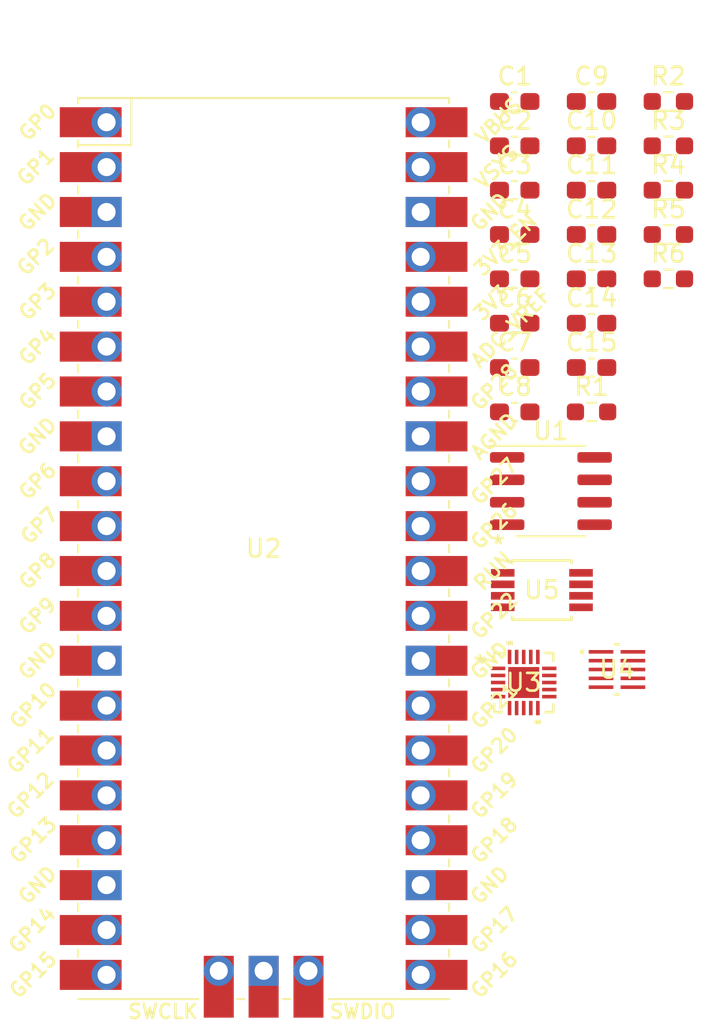
<source format=kicad_pcb>
(kicad_pcb (version 20221018) (generator pcbnew)
  (layers (0 "F.Cu" signal) (31 "B.Cu" signal) (34 "B.Paste" user) (35 "F.Paste" user) (36 "B.SilkS" user "B.Silkscreen") (37 "F.SilkS" user "F.Silkscreen") (38 "B.Mask" user) (39 "F.Mask" user) (44 "Edge.Cuts" user))
  (net 0 "")
  (net 1 "GND")
  (net 2 "RE")
  (net 3 "CE")
  (net 4 "Net-(U3-CAPA)")
  (net 5 "WE")
  (net 6 "SIG_OUT")
  (net 7 "Net-(U3-CAPD)")
  (net 8 "+5V")
  (net 9 "REFP")
  (net 12 "DAC_B")
  (net 13 "Net-(U1-Trim{slash}NR)")
  (net 14 "ADC_DRDY")
  (net 15 "ADC_CS")
  (net 16 "DAC_CS")
  (net 17 "MISO")
  (net 18 "MOSI")
  (net 19 "SCLK")
  (net 20 "Net-(U3-AVDD1)")
  (net 22 "DAC_A")
  (net 71 "AINP")
  (net 72 "AINN")
  (net 73 "Net-(C2-Pad1)")
  (footprint "Capacitor_SMD:C_0603_1608Metric_Pad1.08x0.95mm_HandSolder" (layer "F.Cu") (at 94.257 54.331)
    (fp_text reference "C13" (at 0 -1.43) (layer "F.SilkS"))
    (fp_text value "C")
    (fp_line (start -0.146267 -0.51) (end 0.146267 -0.51) (stroke (width 0.12)) (layer "F.SilkS"))
    (fp_line (start -0.146267 0.51) (end 0.146267 0.51) (stroke (width 0.12)) (layer "F.SilkS"))
    (pad "1" smd roundrect (at -0.8625 0) (size 1.075 0.95) (layers "F.Cu" "F.Paste" "F.Mask") (net 72 "AINN"))
    (pad "2" smd roundrect (at 0.8625 0) (size 1.075 0.95) (layers "F.Cu" "F.Paste" "F.Mask") (net 1 "GND"))
  )
  (footprint "Resistor_SMD:R_0603_1608Metric_Pad0.98x0.95mm_HandSolder" (layer "F.Cu") (at 98.607 51.821)
    (fp_text reference "R5" (at 0 -1.43) (layer "F.SilkS"))
    (fp_text value "R")
    (fp_line (start -0.254724 -0.5225) (end 0.254724 -0.5225) (stroke (width 0.12)) (layer "F.SilkS"))
    (fp_line (start -0.254724 0.5225) (end 0.254724 0.5225) (stroke (width 0.12)) (layer "F.SilkS"))
    (pad "1" smd roundrect (at -0.9125 0) (size 0.975 0.95) (layers "F.Cu" "F.Paste" "F.Mask") (net 5 "WE"))
    (pad "2" smd roundrect (at 0.9125 0) (size 0.975 0.95) (layers "F.Cu" "F.Paste" "F.Mask") (net 72 "AINN"))
  )
  (footprint "Capacitor_SMD:C_0603_1608Metric_Pad1.08x0.95mm_HandSolder" (layer "F.Cu") (at 94.257 59.351)
    (fp_text reference "C15" (at 0 -1.43) (layer "F.SilkS"))
    (fp_text value "1 uF")
    (fp_line (start -0.146267 -0.51) (end 0.146267 -0.51) (stroke (width 0.12)) (layer "F.SilkS"))
    (fp_line (start -0.146267 0.51) (end 0.146267 0.51) (stroke (width 0.12)) (layer "F.SilkS"))
    (pad "1" smd roundrect (at -0.8625 0) (size 1.075 0.95) (layers "F.Cu" "F.Paste" "F.Mask") (net 8 "+5V"))
    (pad "2" smd roundrect (at 0.8625 0) (size 1.075 0.95) (layers "F.Cu" "F.Paste" "F.Mask") (net 1 "GND"))
  )
  (footprint "Capacitor_SMD:C_0603_1608Metric_Pad1.08x0.95mm_HandSolder" (layer "F.Cu") (at 94.257 44.291)
    (fp_text reference "C9" (at 0 -1.43) (layer "F.SilkS"))
    (fp_text value "0.1 uF")
    (fp_line (start -0.146267 -0.51) (end 0.146267 -0.51) (stroke (width 0.12)) (layer "F.SilkS"))
    (fp_line (start -0.146267 0.51) (end 0.146267 0.51) (stroke (width 0.12)) (layer "F.SilkS"))
    (pad "1" smd roundrect (at -0.8625 0) (size 1.075 0.95) (layers "F.Cu" "F.Paste" "F.Mask") (net 8 "+5V"))
    (pad "2" smd roundrect (at 0.8625 0) (size 1.075 0.95) (layers "F.Cu" "F.Paste" "F.Mask") (net 1 "GND"))
  )
  (footprint "Capacitor_SMD:C_0603_1608Metric_Pad1.08x0.95mm_HandSolder" (layer "F.Cu") (at 94.257 51.821)
    (fp_text reference "C12" (at 0 -1.43) (layer "F.SilkS"))
    (fp_text value "C")
    (fp_line (start -0.146267 -0.51) (end 0.146267 -0.51) (stroke (width 0.12)) (layer "F.SilkS"))
    (fp_line (start -0.146267 0.51) (end 0.146267 0.51) (stroke (width 0.12)) (layer "F.SilkS"))
    (pad "1" smd roundrect (at -0.8625 0) (size 1.075 0.95) (layers "F.Cu" "F.Paste" "F.Mask") (net 71 "AINP"))
    (pad "2" smd roundrect (at 0.8625 0) (size 1.075 0.95) (layers "F.Cu" "F.Paste" "F.Mask") (net 1 "GND"))
  )
  (footprint "Resistor_SMD:R_0603_1608Metric_Pad0.98x0.95mm_HandSolder" (layer "F.Cu") (at 94.257 61.861)
    (fp_text reference "R1" (at 0 -1.43) (layer "F.SilkS"))
    (fp_text value "R")
    (fp_line (start -0.254724 -0.5225) (end 0.254724 -0.5225) (stroke (width 0.12)) (layer "F.SilkS"))
    (fp_line (start -0.254724 0.5225) (end 0.254724 0.5225) (stroke (width 0.12)) (layer "F.SilkS"))
    (pad "1" smd roundrect (at -0.9125 0) (size 0.975 0.95) (layers "F.Cu" "F.Paste" "F.Mask") (net 73 "Net-(C2-Pad1)"))
    (pad "2" smd roundrect (at 0.9125 0) (size 0.975 0.95) (layers "F.Cu" "F.Paste" "F.Mask") (net 9 "REFP"))
  )
  (footprint "Capacitor_SMD:C_0603_1608Metric_Pad1.08x0.95mm_HandSolder" (layer "F.Cu") (at 89.907 46.801)
    (fp_text reference "C2" (at 0 -1.43) (layer "F.SilkS"))
    (fp_text value "C")
    (fp_line (start -0.146267 -0.51) (end 0.146267 -0.51) (stroke (width 0.12)) (layer "F.SilkS"))
    (fp_line (start -0.146267 0.51) (end 0.146267 0.51) (stroke (width 0.12)) (layer "F.SilkS"))
    (pad "1" smd roundrect (at -0.8625 0) (size 1.075 0.95) (layers "F.Cu" "F.Paste" "F.Mask") (net 73 "Net-(C2-Pad1)"))
    (pad "2" smd roundrect (at 0.8625 0) (size 1.075 0.95) (layers "F.Cu" "F.Paste" "F.Mask") (net 1 "GND"))
  )
  (footprint "Capacitor_SMD:C_0603_1608Metric_Pad1.08x0.95mm_HandSolder" (layer "F.Cu") (at 94.257 56.841)
    (fp_text reference "C14" (at 0 -1.43) (layer "F.SilkS"))
    (fp_text value "0.1 uF")
    (fp_line (start -0.146267 -0.51) (end 0.146267 -0.51) (stroke (width 0.12)) (layer "F.SilkS"))
    (fp_line (start -0.146267 0.51) (end 0.146267 0.51) (stroke (width 0.12)) (layer "F.SilkS"))
    (pad "1" smd roundrect (at -0.8625 0) (size 1.075 0.95) (layers "F.Cu" "F.Paste" "F.Mask") (net 8 "+5V"))
    (pad "2" smd roundrect (at 0.8625 0) (size 1.075 0.95) (layers "F.Cu" "F.Paste" "F.Mask") (net 1 "GND"))
  )
  (footprint "Resistor_SMD:R_0603_1608Metric_Pad0.98x0.95mm_HandSolder" (layer "F.Cu") (at 98.607 49.311)
    (fp_text reference "R4" (at 0 -1.43) (layer "F.SilkS"))
    (fp_text value "R")
    (fp_line (start -0.254724 -0.5225) (end 0.254724 -0.5225) (stroke (width 0.12)) (layer "F.SilkS"))
    (fp_line (start -0.254724 0.5225) (end 0.254724 0.5225) (stroke (width 0.12)) (layer "F.SilkS"))
    (pad "1" smd roundrect (at -0.9125 0) (size 0.975 0.95) (layers "F.Cu" "F.Paste" "F.Mask") (net 6 "SIG_OUT"))
    (pad "2" smd roundrect (at 0.9125 0) (size 0.975 0.95) (layers "F.Cu" "F.Paste" "F.Mask") (net 71 "AINP"))
  )
  (footprint "DAC80502DRXR:SON_02DRXR_TEX" (layer "F.Cu") (at 95.696263 76.4416)
    (fp_text reference "U4" (at 0 0 unlocked) (layer "F.SilkS"))
    (fp_text value "DAC80502DRXR")
    (fp_line (start -0.113954 1.4224) (end 0.113954 1.4224) (stroke (width 0.1524)) (layer "F.SilkS"))
    (fp_line (start 0.113954 -1.4224) (end -0.113954 -1.4224) (stroke (width 0.1524)) (layer "F.SilkS"))
    (fp_arc (start -1.93294 -0.926439) (mid -2.028063 -1.000252) (end -1.93294 -1.074065) (stroke (width 0.1524)) (layer "F.SilkS"))
    (pad "1" smd rect (at -0.9017 -1.000252) (size 1.397 0.2032) (layers "F.Cu" "F.Paste" "F.Mask") (net 8 "+5V"))
    (pad "2" smd rect (at -0.9017 -0.500126) (size 1.397 0.2032) (layers "F.Cu" "F.Paste" "F.Mask") (net 22 "DAC_A"))
    (pad "3" smd rect (at -0.9017 0) (size 1.397 0.2032) (layers "F.Cu" "F.Paste" "F.Mask") (net 1 "GND"))
    (pad "4" smd rect (at -0.9017 0.500126) (size 1.397 0.2032) (layers "F.Cu" "F.Paste" "F.Mask") (net 1 "GND"))
    (pad "5" smd rect (at -0.9017 1.000252) (size 1.397 0.2032) (layers "F.Cu" "F.Paste" "F.Mask") (net 1 "GND"))
    (pad "6" smd rect (at 0.9017 1.000252) (size 1.397 0.2032) (layers "F.Cu" "F.Paste" "F.Mask") (net 19 "SCLK"))
    (pad "7" smd rect (at 0.9017 0.500126) (size 1.397 0.2032) (layers "F.Cu" "F.Paste" "F.Mask") (net 16 "DAC_CS"))
    (pad "8" smd rect (at 0.9017 0) (size 1.397 0.2032) (layers "F.Cu" "F.Paste" "F.Mask") (net 18 "MOSI"))
    (pad "9" smd rect (at 0.9017 -0.500126) (size 1.397 0.2032) (layers "F.Cu" "F.Paste" "F.Mask") (net 12 "DAC_B"))
    (pad "10" smd rect (at 0.9017 -1.000252) (size 1.397 0.2032) (layers "F.Cu" "F.Paste" "F.Mask"))
  )
  (footprint "Capacitor_SMD:C_0603_1608Metric_Pad1.08x0.95mm_HandSolder" (layer "F.Cu") (at 89.907 51.821)
    (fp_text reference "C4" (at 0 -1.43) (layer "F.SilkS"))
    (fp_text value "1 uF")
    (fp_line (start -0.146267 -0.51) (end 0.146267 -0.51) (stroke (width 0.12)) (layer "F.SilkS"))
    (fp_line (start -0.146267 0.51) (end 0.146267 0.51) (stroke (width 0.12)) (layer "F.SilkS"))
    (pad "1" smd roundrect (at -0.8625 0) (size 1.075 0.95) (layers "F.Cu" "F.Paste" "F.Mask") (net 7 "Net-(U3-CAPD)"))
    (pad "2" smd roundrect (at 0.8625 0) (size 1.075 0.95) (layers "F.Cu" "F.Paste" "F.Mask") (net 1 "GND"))
  )
  (footprint "Capacitor_SMD:C_0603_1608Metric_Pad1.08x0.95mm_HandSolder" (layer "F.Cu") (at 89.907 49.311)
    (fp_text reference "C3" (at 0 -1.43) (layer "F.SilkS"))
    (fp_text value "C")
    (fp_line (start -0.146267 -0.51) (end 0.146267 -0.51) (stroke (width 0.12)) (layer "F.SilkS"))
    (fp_line (start -0.146267 0.51) (end 0.146267 0.51) (stroke (width 0.12)) (layer "F.SilkS"))
    (pad "1" smd roundrect (at -0.8625 0) (size 1.075 0.95) (layers "F.Cu" "F.Paste" "F.Mask") (net 9 "REFP"))
    (pad "2" smd roundrect (at 0.8625 0) (size 1.075 0.95) (layers "F.Cu" "F.Paste" "F.Mask") (net 1 "GND"))
  )
  (footprint "Resistor_SMD:R_0603_1608Metric_Pad0.98x0.95mm_HandSolder" (layer "F.Cu") (at 98.607 54.331)
    (fp_text reference "R6" (at 0 -1.43) (layer "F.SilkS"))
    (fp_text value "2 k")
    (fp_line (start -0.254724 -0.5225) (end 0.254724 -0.5225) (stroke (width 0.12)) (layer "F.SilkS"))
    (fp_line (start -0.254724 0.5225) (end 0.254724 0.5225) (stroke (width 0.12)) (layer "F.SilkS"))
    (pad "1" smd roundrect (at -0.9125 0) (size 0.975 0.95) (layers "F.Cu" "F.Paste" "F.Mask") (net 5 "WE"))
    (pad "2" smd roundrect (at 0.9125 0) (size 0.975 0.95) (layers "F.Cu" "F.Paste" "F.Mask") (net 6 "SIG_OUT"))
  )
  (footprint "Capacitor_SMD:C_0603_1608Metric_Pad1.08x0.95mm_HandSolder" (layer "F.Cu") (at 94.257 46.801)
    (fp_text reference "C10" (at 0 -1.43) (layer "F.SilkS"))
    (fp_text value "1 uF")
    (fp_line (start -0.146267 -0.51) (end 0.146267 -0.51) (stroke (width 0.12)) (layer "F.SilkS"))
    (fp_line (start -0.146267 0.51) (end 0.146267 0.51) (stroke (width 0.12)) (layer "F.SilkS"))
    (pad "1" smd roundrect (at -0.8625 0) (size 1.075 0.95) (layers "F.Cu" "F.Paste" "F.Mask") (net 8 "+5V"))
    (pad "2" smd roundrect (at 0.8625 0) (size 1.075 0.95) (layers "F.Cu" "F.Paste" "F.Mask") (net 1 "GND"))
  )
  (footprint "Capacitor_SMD:C_0603_1608Metric_Pad1.08x0.95mm_HandSolder" (layer "F.Cu") (at 94.257 49.311)
    (fp_text reference "C11" (at 0 -1.43) (layer "F.SilkS"))
    (fp_text value "1.5 nF")
    (fp_line (start -0.146267 -0.51) (end 0.146267 -0.51) (stroke (width 0.12)) (layer "F.SilkS"))
    (fp_line (start -0.146267 0.51) (end 0.146267 0.51) (stroke (width 0.12)) (layer "F.SilkS"))
    (pad "1" smd roundrect (at -0.8625 0) (size 1.075 0.95) (layers "F.Cu" "F.Paste" "F.Mask") (net 6 "SIG_OUT"))
    (pad "2" smd roundrect (at 0.8625 0) (size 1.075 0.95) (layers "F.Cu" "F.Paste" "F.Mask") (net 5 "WE"))
  )
  (footprint "Capacitor_SMD:C_0603_1608Metric_Pad1.08x0.95mm_HandSolder" (layer "F.Cu") (at 89.907 54.331)
    (fp_text reference "C5" (at 0 -1.43) (layer "F.SilkS"))
    (fp_text value "0.1 uF")
    (fp_line (start -0.146267 -0.51) (end 0.146267 -0.51) (stroke (width 0.12)) (layer "F.SilkS"))
    (fp_line (start -0.146267 0.51) (end 0.146267 0.51) (stroke (width 0.12)) (layer "F.SilkS"))
    (pad "1" smd roundrect (at -0.8625 0) (size 1.075 0.95) (layers "F.Cu" "F.Paste" "F.Mask") (net 8 "+5V"))
    (pad "2" smd roundrect (at 0.8625 0) (size 1.075 0.95) (layers "F.Cu" "F.Paste" "F.Mask") (net 1 "GND"))
  )
  (footprint "ADS127L11IRUKR:WQFN20_RUK_TEX" (layer "F.Cu") (at 90.4164 77.1782)
    (fp_text reference "U3" (at 0 0 unlocked) (layer "F.SilkS"))
    (fp_text value "ADS127L11IRUKR")
    (fp_text user "*" (at -2.4892 -1) (layer "F.SilkS"))
    (fp_text user "*" (at -2.4892 -1 unlocked) (layer "F.SilkS"))
    (fp_line (start -1.6764 -1.6764) (end -1.6764 -1.234341) (stroke (width 0.1524)) (layer "F.SilkS"))
    (fp_line (start -1.6764 1.234341) (end -1.6764 1.6764) (stroke (width 0.1524)) (layer "F.SilkS"))
    (fp_line (start -1.6764 1.6764) (end -1.234341 1.6764) (stroke (width 0.1524)) (layer "F.SilkS"))
    (fp_line (start -1.234341 -1.6764) (end -1.6764 -1.6764) (stroke (width 0.1524)) (layer "F.SilkS"))
    (fp_line (start 1.234341 1.6764) (end 1.6764 1.6764) (stroke (width 0.1524)) (layer "F.SilkS"))
    (fp_line (start 1.6764 -1.6764) (end 1.234341 -1.6764) (stroke (width 0.1524)) (layer "F.SilkS"))
    (fp_line (start 1.6764 -1.234341) (end 1.6764 -1.6764) (stroke (width 0.1524)) (layer "F.SilkS"))
    (fp_line (start 1.6764 1.6764) (end 1.6764 1.234341) (stroke (width 0.1524)) (layer "F.SilkS"))
    (fp_poly (pts (xy -0.990501 -2.1082) (xy -0.990501 -2.3622) (xy -0.609501 -2.3622) (xy -0.609501 -2.1082)) (fill solid) (layer "F.SilkS"))
    (fp_poly (pts (xy 0.609501 2.1082) (xy 0.609501 2.3622) (xy 0.990501 2.3622) (xy 0.990501 2.1082)) (fill solid) (layer "F.SilkS"))
    (pad "1" smd rect (at -1.4478 -0.800001 90) (size 0.2032 0.8128) (layers "F.Cu" "F.Paste" "F.Mask") (net 71 "AINP"))
    (pad "2" smd rect (at -1.4478 -0.399999 90) (size 0.2032 0.8128) (layers "F.Cu" "F.Paste" "F.Mask") (net 72 "AINN"))
    (pad "3" smd rect (at -1.4478 0 90) (size 0.2032 0.8128) (layers "F.Cu" "F.Paste" "F.Mask"))
    (pad "4" smd rect (at -1.4478 0.399999 90) (size 0.2032 0.8128) (layers "F.Cu" "F.Paste" "F.Mask") (net 9 "REFP"))
    (pad "5" smd rect (at -1.4478 0.800001 90) (size 0.2032 0.8128) (layers "F.Cu" "F.Paste" "F.Mask") (net 1 "GND"))
    (pad "6" smd rect (at -0.800001 1.4478) (size 0.2032 0.8128) (layers "F.Cu" "F.Paste" "F.Mask"))
    (pad "7" smd rect (at -0.399999 1.4478) (size 0.2032 0.8128) (layers "F.Cu" "F.Paste" "F.Mask") (net 15 "ADC_CS"))
    (pad "8" smd rect (at 0 1.4478) (size 0.2032 0.8128) (layers "F.Cu" "F.Paste" "F.Mask") (net 18 "MOSI"))
    (pad "9" smd rect (at 0.399999 1.4478) (size 0.2032 0.8128) (layers "F.Cu" "F.Paste" "F.Mask") (net 19 "SCLK"))
    (pad "10" smd rect (at 0.800001 1.4478) (size 0.2032 0.8128) (layers "F.Cu" "F.Paste" "F.Mask") (net 17 "MISO"))
    (pad "11" smd rect (at 1.4478 0.800001 90) (size 0.2032 0.8128) (layers "F.Cu" "F.Paste" "F.Mask") (net 14 "ADC_DRDY"))
    (pad "12" smd rect (at 1.4478 0.399999 90) (size 0.2032 0.8128) (layers "F.Cu" "F.Paste" "F.Mask"))
    (pad "13" smd rect (at 1.4478 0 90) (size 0.2032 0.8128) (layers "F.Cu" "F.Paste" "F.Mask") (net 8 "+5V"))
    (pad "14" smd rect (at 1.4478 -0.399999 90) (size 0.2032 0.8128) (layers "F.Cu" "F.Paste" "F.Mask") (net 1 "GND"))
    (pad "15" smd rect (at 1.4478 -0.800001 90) (size 0.2032 0.8128) (layers "F.Cu" "F.Paste" "F.Mask") (net 7 "Net-(U3-CAPD)"))
    (pad "16" smd rect (at 0.800001 -1.4478) (size 0.2032 0.8128) (layers "F.Cu" "F.Paste" "F.Mask") (net 1 "GND"))
    (pad "17" smd rect (at 0.399999 -1.4478) (size 0.2032 0.8128) (layers "F.Cu" "F.Paste" "F.Mask") (net 1 "GND"))
    (pad "18" smd rect (at 0 -1.4478) (size 0.2032 0.8128) (layers "F.Cu" "F.Paste" "F.Mask") (net 4 "Net-(U3-CAPA)"))
    (pad "19" smd rect (at -0.399999 -1.4478) (size 0.2032 0.8128) (layers "F.Cu" "F.Paste" "F.Mask") (net 8 "+5V"))
    (pad "20" smd rect (at -0.800001 -1.4478) (size 0.2032 0.8128) (layers "F.Cu" "F.Paste" "F.Mask") (net 20 "Net-(U3-AVDD1)"))
    (pad "21" smd rect (at 0 0) (size 1.7526 1.7526) (layers "F.Cu" "F.Paste" "F.Mask") (net 1 "GND"))
  )
  (footprint "Capacitor_SMD:C_0603_1608Metric_Pad1.08x0.95mm_HandSolder" (layer "F.Cu") (at 89.907 44.291)
    (fp_text reference "C1" (at 0 -1.43) (layer "F.SilkS"))
    (fp_text value "C")
    (fp_line (start -0.146267 -0.51) (end 0.146267 -0.51) (stroke (width 0.12)) (layer "F.SilkS"))
    (fp_line (start -0.146267 0.51) (end 0.146267 0.51) (stroke (width 0.12)) (layer "F.SilkS"))
    (pad "1" smd roundrect (at -0.8625 0) (size 1.075 0.95) (layers "F.Cu" "F.Paste" "F.Mask") (net 13 "Net-(U1-Trim{slash}NR)"))
    (pad "2" smd roundrect (at 0.8625 0) (size 1.075 0.95) (layers "F.Cu" "F.Paste" "F.Mask") (net 1 "GND"))
  )
  (footprint "Package_SO:SOIC-8_3.9x4.9mm_P1.27mm" (layer "F.Cu") (at 91.957 66.341)
    (fp_text reference "U1" (at 0 -3.4) (layer "F.SilkS"))
    (fp_text value "REF5045ID")
    (fp_line (start 0 -2.56) (end -3.45 -2.56) (stroke (width 0.12)) (layer "F.SilkS"))
    (fp_line (start 0 -2.56) (end 1.95 -2.56) (stroke (width 0.12)) (layer "F.SilkS"))
    (fp_line (start 0 2.56) (end -1.95 2.56) (stroke (width 0.12)) (layer "F.SilkS"))
    (fp_line (start 0 2.56) (end 1.95 2.56) (stroke (width 0.12)) (layer "F.SilkS"))
    (pad "1" smd roundrect (at -2.475 -1.905) (size 1.95 0.6) (layers "F.Cu" "F.Paste" "F.Mask"))
    (pad "2" smd roundrect (at -2.475 -0.635) (size 1.95 0.6) (layers "F.Cu" "F.Paste" "F.Mask") (net 8 "+5V"))
    (pad "3" smd roundrect (at -2.475 0.635) (size 1.95 0.6) (layers "F.Cu" "F.Paste" "F.Mask"))
    (pad "4" smd roundrect (at -2.475 1.905) (size 1.95 0.6) (layers "F.Cu" "F.Paste" "F.Mask") (net 1 "GND"))
    (pad "5" smd roundrect (at 2.475 1.905) (size 1.95 0.6) (layers "F.Cu" "F.Paste" "F.Mask") (net 13 "Net-(U1-Trim{slash}NR)"))
    (pad "6" smd roundrect (at 2.475 0.635) (size 1.95 0.6) (layers "F.Cu" "F.Paste" "F.Mask") (net 9 "REFP"))
    (pad "7" smd roundrect (at 2.475 -0.635) (size 1.95 0.6) (layers "F.Cu" "F.Paste" "F.Mask"))
    (pad "8" smd roundrect (at 2.475 -1.905) (size 1.95 0.6) (layers "F.Cu" "F.Paste" "F.Mask"))
  )
  (footprint "OPA2328DGKR:SO8_DGK_TEX" (layer "F.Cu") (at 91.4451 71.9456)
    (fp_text reference "U5" (at 0 0 unlocked) (layer "F.SilkS"))
    (fp_text value "~")
    (fp_text user "*" (at -2.47015 -2.549779 unlocked) (layer "F.SilkS"))
    (fp_text user "*" (at -2.47015 -2.549779) (layer "F.SilkS"))
    (fp_line (start -1.6764 -1.6764) (end -1.6764 -1.523619) (stroke (width 0.1524)) (layer "F.SilkS"))
    (fp_line (start -1.6764 1.523619) (end -1.6764 1.6764) (stroke (width 0.1524)) (layer "F.SilkS"))
    (fp_line (start -1.6764 1.6764) (end 1.6764 1.6764) (stroke (width 0.1524)) (layer "F.SilkS"))
    (fp_line (start 1.6764 -1.6764) (end -1.6764 -1.6764) (stroke (width 0.1524)) (layer "F.SilkS"))
    (fp_line (start 1.6764 -1.523619) (end 1.6764 -1.6764) (stroke (width 0.1524)) (layer "F.SilkS"))
    (fp_line (start 1.6764 1.6764) (end 1.6764 1.523619) (stroke (width 0.1524)) (layer "F.SilkS"))
    (pad "1" smd rect (at -2.21615 -0.974979) (size 1.3335 0.4318) (layers "F.Cu" "F.Paste" "F.Mask") (net 6 "SIG_OUT"))
    (pad "2" smd rect (at -2.21615 -0.324993) (size 1.3335 0.4318) (layers "F.Cu" "F.Paste" "F.Mask") (net 5 "WE"))
    (pad "3" smd rect (at -2.21615 0.324993) (size 1.3335 0.4318) (layers "F.Cu" "F.Paste" "F.Mask") (net 12 "DAC_B"))
    (pad "4" smd rect (at -2.21615 0.974979) (size 1.3335 0.4318) (layers "F.Cu" "F.Paste" "F.Mask") (net 1 "GND"))
    (pad "5" smd rect (at 2.21615 0.974979) (size 1.3335 0.4318) (layers "F.Cu" "F.Paste" "F.Mask") (net 22 "DAC_A"))
    (pad "6" smd rect (at 2.21615 0.324993) (size 1.3335 0.4318) (layers "F.Cu" "F.Paste" "F.Mask") (net 2 "RE"))
    (pad "7" smd rect (at 2.21615 -0.324993) (size 1.3335 0.4318) (layers "F.Cu" "F.Paste" "F.Mask") (net 3 "CE"))
    (pad "8" smd rect (at 2.21615 -0.974979) (size 1.3335 0.4318) (layers "F.Cu" "F.Paste" "F.Mask") (net 8 "+5V"))
  )
  (footprint "Capacitor_SMD:C_0603_1608Metric_Pad1.08x0.95mm_HandSolder" (layer "F.Cu") (at 89.907 56.841)
    (fp_text reference "C6" (at 0 -1.43) (layer "F.SilkS"))
    (fp_text value "1 uF")
    (fp_line (start -0.146267 -0.51) (end 0.146267 -0.51) (stroke (width 0.12)) (layer "F.SilkS"))
    (fp_line (start -0.146267 0.51) (end 0.146267 0.51) (stroke (width 0.12)) (layer "F.SilkS"))
    (pad "1" smd roundrect (at -0.8625 0) (size 1.075 0.95) (layers "F.Cu" "F.Paste" "F.Mask") (net 4 "Net-(U3-CAPA)"))
    (pad "2" smd roundrect (at 0.8625 0) (size 1.075 0.95) (layers "F.Cu" "F.Paste" "F.Mask") (net 1 "GND"))
  )
  (footprint "Capacitor_SMD:C_0603_1608Metric_Pad1.08x0.95mm_HandSolder" (layer "F.Cu") (at 89.907 61.861)
    (fp_text reference "C8" (at 0 -1.43) (layer "F.SilkS"))
    (fp_text value "1 uF")
    (fp_line (start -0.146267 -0.51) (end 0.146267 -0.51) (stroke (width 0.12)) (layer "F.SilkS"))
    (fp_line (start -0.146267 0.51) (end 0.146267 0.51) (stroke (width 0.12)) (layer "F.SilkS"))
    (pad "1" smd roundrect (at -0.8625 0) (size 1.075 0.95) (layers "F.Cu" "F.Paste" "F.Mask") (net 8 "+5V"))
    (pad "2" smd roundrect (at 0.8625 0) (size 1.075 0.95) (layers "F.Cu" "F.Paste" "F.Mask") (net 1 "GND"))
  )
  (footprint "Resistor_SMD:R_0603_1608Metric_Pad0.98x0.95mm_HandSolder" (layer "F.Cu") (at 98.607 46.801)
    (fp_text reference "R3" (at 0 -1.43) (layer "F.SilkS"))
    (fp_text value "3")
    (fp_line (start -0.254724 -0.5225) (end 0.254724 -0.5225) (stroke (width 0.12)) (layer "F.SilkS"))
    (fp_line (start -0.254724 0.5225) (end 0.254724 0.5225) (stroke (width 0.12)) (layer "F.SilkS"))
    (pad "1" smd roundrect (at -0.9125 0) (size 0.975 0.95) (layers "F.Cu" "F.Paste" "F.Mask") (net 20 "Net-(U3-AVDD1)"))
    (pad "2" smd roundrect (at 0.9125 0) (size 0.975 0.95) (layers "F.Cu" "F.Paste" "F.Mask") (net 8 "+5V"))
  )
  (footprint "MCU_RaspberryPi_and_Boards:RPi_Pico_SMD_TH" (layer "F.Cu") (at 75.692 69.596)
    (fp_text reference "U2" (at 0 0) (layer "F.SilkS"))
    (fp_text value "Pico")
    (fp_text user "GP14" (at -13.1 21.59 45) (layer "F.SilkS") (effects (font (size 0.8 0.8))))
    (fp_text user "GP26" (at 13.054 -1.27 45) (layer "F.SilkS") (effects (font (size 0.8 0.8))))
    (fp_text user "VBUS" (at 13.3 -24.2 45) (layer "F.SilkS") (effects (font (size 0.8 0.8))))
    (fp_text user "GP4" (at -12.8 -11.43 45) (layer "F.SilkS") (effects (font (size 0.8 0.8))))
    (fp_text user "GP28" (at 13.054 -9.144 45) (layer "F.SilkS") (effects (font (size 0.8 0.8))))
    (fp_text user "AGND" (at 13.054 -6.35 45) (layer "F.SilkS") (effects (font (size 0.8 0.8))))
    (fp_text user "GND" (at -12.8 19.05 45) (layer "F.SilkS") (effects (font (size 0.8 0.8))))
    (fp_text user "GP20" (at 13.054 11.43 45) (layer "F.SilkS") (effects (font (size 0.8 0.8))))
    (fp_text user "GP2" (at -12.9 -16.51 45) (layer "F.SilkS") (effects (font (size 0.8 0.8))))
    (fp_text user "GND" (at 12.8 -19.05 45) (layer "F.SilkS") (effects (font (size 0.8 0.8))))
    (fp_text user "GP16" (at 13.054 24.13 45) (layer "F.SilkS") (effects (font (size 0.8 0.8))))
    (fp_text user "GND" (at -12.8 6.35 45) (layer "F.SilkS") (effects (font (size 0.8 0.8))))
    (fp_text user "GP10" (at -13.054 8.89 45) (layer "F.SilkS") (effects (font (size 0.8 0.8))))
    (fp_text user "GND" (at -12.8 -19.05 45) (layer "F.SilkS") (effects (font (size 0.8 0.8))))
    (fp_text user "GP13" (at -13.054 16.51 45) (layer "F.SilkS") (effects (font (size 0.8 0.8))))
    (fp_text user "GP19" (at 13.054 13.97 45) (layer "F.SilkS") (effects (font (size 0.8 0.8))))
    (fp_text user "GP5" (at -12.8 -8.89 45) (layer "F.SilkS") (effects (font (size 0.8 0.8))))
    (fp_text user "3V3" (at 12.9 -13.9 45) (layer "F.SilkS") (effects (font (size 0.8 0.8))))
    (fp_text user "VSYS" (at 13.2 -21.59 45) (layer "F.SilkS") (effects (font (size 0.8 0.8))))
    (fp_text user "SWDIO" (at 5.6 26.2) (layer "F.SilkS") (effects (font (size 0.8 0.8))))
    (fp_text user "GP6" (at -12.8 -3.81 45) (layer "F.SilkS") (effects (font (size 0.8 0.8))))
    (fp_text user "GP17" (at 13.054 21.59 45) (layer "F.SilkS") (effects (font (size 0.8 0.8))))
    (fp_text user "GP22" (at 13.054 3.81 45) (layer "F.SilkS") (effects (font (size 0.8 0.8))))
    (fp_text user "GP12" (at -13.2 13.97 45) (layer "F.SilkS") (effects (font (size 0.8 0.8))))
    (fp_text user "GP8" (at -12.8 1.27 45) (layer "F.SilkS") (effects (font (size 0.8 0.8))))
    (fp_text user "GP0" (at -12.8 -24.13 45) (layer "F.SilkS") (effects (font (size 0.8 0.8))))
    (fp_text user "GP27" (at 13.054 -3.8 45) (layer "F.SilkS") (effects (font (size 0.8 0.8))))
    (fp_text user "GP18" (at 13.054 16.51 45) (layer "F.SilkS") (effects (font (size 0.8 0.8))))
    (fp_text user "GP1" (at -12.9 -21.6 45) (layer "F.SilkS") (effects (font (size 0.8 0.8))))
    (fp_text user "GND" (at 12.8 6.35 45) (layer "F.SilkS") (effects (font (size 0.8 0.8))))
    (fp_text user "GP21" (at 13.054 8.9 45) (layer "F.SilkS") (effects (font (size 0.8 0.8))))
    (fp_text user "GP9" (at -12.8 3.81 45) (layer "F.SilkS") (effects (font (size 0.8 0.8))))
    (fp_text user "GP3" (at -12.8 -13.97 45) (layer "F.SilkS") (effects (font (size 0.8 0.8))))
    (fp_text user "GND" (at 12.8 19.05 45) (layer "F.SilkS") (effects (font (size 0.8 0.8))))
    (fp_text user "ADC_VREF" (at 14 -12.5 45) (layer "F.SilkS") (effects (font (size 0.8 0.8))))
    (fp_text user "3V3_EN" (at 13.7 -17.2 45) (layer "F.SilkS") (effects (font (size 0.8 0.8))))
    (fp_text user "GND" (at -12.8 -6.35 45) (layer "F.SilkS") (effects (font (size 0.8 0.8))))
    (fp_text user "SWCLK" (at -5.7 26.2) (layer "F.SilkS") (effects (font (size 0.8 0.8))))
    (fp_text user "GP7" (at -12.7 -1.3 45) (layer "F.SilkS") (effects (font (size 0.8 0.8))))
    (fp_text user "GP15" (at -13.054 24.13 45) (layer "F.SilkS") (effects (font (size 0.8 0.8))))
    (fp_text user "RUN" (at 13 1.27 45) (layer "F.SilkS") (effects (font (size 0.8 0.8))))
    (fp_text user "GP11" (at -13.2 11.43 45) (layer "F.SilkS") (effects (font (size 0.8 0.8))))
    (fp_line (start -10.5 -25.5) (end -10.5 -25.2) (stroke (width 0.12)) (layer "F.SilkS"))
    (fp_line (start -10.5 -25.5) (end 10.5 -25.5) (stroke (width 0.12)) (layer "F.SilkS"))
    (fp_line (start -10.5 -23.1) (end -10.5 -22.7) (stroke (width 0.12)) (layer "F.SilkS"))
    (fp_line (start -10.5 -22.833) (end -7.493 -22.833) (stroke (width 0.12)) (layer "F.SilkS"))
    (fp_line (start -10.5 -20.5) (end -10.5 -20.1) (stroke (width 0.12)) (layer "F.SilkS"))
    (fp_line (start -10.5 -18) (end -10.5 -17.6) (stroke (width 0.12)) (layer "F.SilkS"))
    (fp_line (start -10.5 -15.4) (end -10.5 -15) (stroke (width 0.12)) (layer "F.SilkS"))
    (fp_line (start -10.5 -12.9) (end -10.5 -12.5) (stroke (width 0.12)) (layer "F.SilkS"))
    (fp_line (start -10.5 -10.4) (end -10.5 -10) (stroke (width 0.12)) (layer "F.SilkS"))
    (fp_line (start -10.5 -7.8) (end -10.5 -7.4) (stroke (width 0.12)) (layer "F.SilkS"))
    (fp_line (start -10.5 -5.3) (end -10.5 -4.9) (stroke (width 0.12)) (layer "F.SilkS"))
    (fp_line (start -10.5 -2.7) (end -10.5 -2.3) (stroke (width 0.12)) (layer "F.SilkS"))
    (fp_line (start -10.5 -0.2) (end -10.5 0.2) (stroke (width 0.12)) (layer "F.SilkS"))
    (fp_line (start -10.5 2.3) (end -10.5 2.7) (stroke (width 0.12)) (layer "F.SilkS"))
    (fp_line (start -10.5 4.9) (end -10.5 5.3) (stroke (width 0.12)) (layer "F.SilkS"))
    (fp_line (start -10.5 7.4) (end -10.5 7.8) (stroke (width 0.12)) (layer "F.SilkS"))
    (fp_line (start -10.5 10) (end -10.5 10.4) (stroke (width 0.12)) (layer "F.SilkS"))
    (fp_line (start -10.5 12.5) (end -10.5 12.9) (stroke (width 0.12)) (layer "F.SilkS"))
    (fp_line (start -10.5 15.1) (end -10.5 15.5) (stroke (width 0.12)) (layer "F.SilkS"))
    (fp_line (start -10.5 17.6) (end -10.5 18) (stroke (width 0.12)) (layer "F.SilkS"))
    (fp_line (start -10.5 20.1) (end -10.5 20.5) (stroke (width 0.12)) (layer "F.SilkS"))
    (fp_line (start -10.5 22.7) (end -10.5 23.1) (stroke (width 0.12)) (layer "F.SilkS"))
    (fp_line (start -7.493 -22.833) (end -7.493 -25.5) (stroke (width 0.12)) (layer "F.SilkS"))
    (fp_line (start -3.7 25.5) (end -10.5 25.5) (stroke (width 0.12)) (layer "F.SilkS"))
    (fp_line (start -1.5 25.5) (end -1.1 25.5) (stroke (width 0.12)) (layer "F.SilkS"))
    (fp_line (start 1.1 25.5) (end 1.5 25.5) (stroke (width 0.12)) (layer "F.SilkS"))
    (fp_line (start 10.5 -25.5) (end 10.5 -25.2) (stroke (width 0.12)) (layer "F.SilkS"))
    (fp_line (start 10.5 -23.1) (end 10.5 -22.7) (stroke (width 0.12)) (layer "F.SilkS"))
    (fp_line (start 10.5 -20.5) (end 10.5 -20.1) (stroke (width 0.12)) (layer "F.SilkS"))
    (fp_line (start 10.5 -18) (end 10.5 -17.6) (stroke (width 0.12)) (layer "F.SilkS"))
    (fp_line (start 10.5 -15.4) (end 10.5 -15) (stroke (width 0.12)) (layer "F.SilkS"))
    (fp_line (start 10.5 -12.9) (end 10.5 -12.5) (stroke (width 0.12)) (layer "F.SilkS"))
    (fp_line (start 10.5 -10.4) (end 10.5 -10) (stroke (width 0.12)) (layer "F.SilkS"))
    (fp_line (start 10.5 -7.8) (end 10.5 -7.4) (stroke (width 0.12)) (layer "F.SilkS"))
    (fp_line (start 10.5 -5.3) (end 10.5 -4.9) (stroke (width 0.12)) (layer "F.SilkS"))
    (fp_line (start 10.5 -2.7) (end 10.5 -2.3) (stroke (width 0.12)) (layer "F.SilkS"))
    (fp_line (start 10.5 -0.2) (end 10.5 0.2) (stroke (width 0.12)) (layer "F.SilkS"))
    (fp_line (start 10.5 2.3) (end 10.5 2.7) (stroke (width 0.12)) (layer "F.SilkS"))
    (fp_line (start 10.5 4.9) (end 10.5 5.3) (stroke (width 0.12)) (layer "F.SilkS"))
    (fp_line (start 10.5 7.4) (end 10.5 7.8) (stroke (width 0.12)) (layer "F.SilkS"))
    (fp_line (start 10.5 10) (end 10.5 10.4) (stroke (width 0.12)) (layer "F.SilkS"))
    (fp_line (start 10.5 12.5) (end 10.5 12.9) (stroke (width 0.12)) (layer "F.SilkS"))
    (fp_line (start 10.5 15.1) (end 10.5 15.5) (stroke (width 0.12)) (layer "F.SilkS"))
    (fp_line (start 10.5 17.6) (end 10.5 18) (stroke (width 0.12)) (layer "F.SilkS"))
    (fp_line (start 10.5 20.1) (end 10.5 20.5) (stroke (width 0.12)) (layer "F.SilkS"))
    (fp_line (start 10.5 22.7) (end 10.5 23.1) (stroke (width 0.12)) (layer "F.SilkS"))
    (fp_line (start 10.5 25.5) (end 3.7 25.5) (stroke (width 0.12)) (layer "F.SilkS"))
    (pad "" np_thru_hole oval (at -2.725 -24) (size 1.8 1.8) (drill 1.8) (layers "*.Cu" "*.Mask"))
    (pad "" np_thru_hole oval (at -2.425 -20.97) (size 1.5 1.5) (drill 1.5) (layers "*.Cu" "*.Mask"))
    (pad "" np_thru_hole oval (at 2.425 -20.97) (size 1.5 1.5) (drill 1.5) (layers "*.Cu" "*.Mask"))
    (pad "" np_thru_hole oval (at 2.725 -24) (size 1.8 1.8) (drill 1.8) (layers "*.Cu" "*.Mask"))
    (pad "1" thru_hole oval (at -8.89 -24.13) (size 1.7 1.7) (drill 1.02) (layers "*.Cu" "*.Mask"))
    (pad "1" smd rect (at -8.89 -24.13) (size 3.5 1.7) (drill (offset -0.9 0)) (layers "F.Cu" "F.Mask"))
    (pad "2" thru_hole oval (at -8.89 -21.59) (size 1.7 1.7) (drill 1.02) (layers "*.Cu" "*.Mask"))
    (pad "2" smd rect (at -8.89 -21.59) (size 3.5 1.7) (drill (offset -0.9 0)) (layers "F.Cu" "F.Mask"))
    (pad "3" thru_hole rect (at -8.89 -19.05) (size 1.7 1.7) (drill 1.02) (layers "*.Cu" "*.Mask"))
    (pad "3" smd rect (at -8.89 -19.05) (size 3.5 1.7) (drill (offset -0.9 0)) (layers "F.Cu" "F.Mask"))
    (pad "4" thru_hole oval (at -8.89 -16.51) (size 1.7 1.7) (drill 1.02) (layers "*.Cu" "*.Mask"))
    (pad "4" smd rect (at -8.89 -16.51) (size 3.5 1.7) (drill (offset -0.9 0)) (layers "F.Cu" "F.Mask"))
    (pad "5" thru_hole oval (at -8.89 -13.97) (size 1.7 1.7) (drill 1.02) (layers "*.Cu" "*.Mask"))
    (pad "5" smd rect (at -8.89 -13.97) (size 3.5 1.7) (drill (offset -0.9 0)) (layers "F.Cu" "F.Mask"))
    (pad "6" thru_hole oval (at -8.89 -11.43) (size 1.7 1.7) (drill 1.02) (layers "*.Cu" "*.Mask"))
    (pad "6" smd rect (at -8.89 -11.43) (size 3.5 1.7) (drill (offset -0.9 0)) (layers "F.Cu" "F.Mask"))
    (pad "7" thru_hole oval (at -8.89 -8.89) (size 1.7 1.7) (drill 1.02) (layers "*.Cu" "*.Mask"))
    (pad "7" smd rect (at -8.89 -8.89) (size 3.5 1.7) (drill (offset -0.9 0)) (layers "F.Cu" "F.Mask"))
    (pad "8" thru_hole rect (at -8.89 -6.35) (size 1.7 1.7) (drill 1.02) (layers "*.Cu" "*.Mask"))
    (pad "8" smd rect (at -8.89 -6.35) (size 3.5 1.7) (drill (offset -0.9 0)) (layers "F.Cu" "F.Mask"))
    (pad "9" thru_hole oval (at -8.89 -3.81) (size 1.7 1.7) (drill 1.02) (layers "*.Cu" "*.Mask"))
    (pad "9" smd rect (at -8.89 -3.81) (size 3.5 1.7) (drill (offset -0.9 0)) (layers "F.Cu" "F.Mask"))
    (pad "10" thru_hole oval (at -8.89 -1.27) (size 1.7 1.7) (drill 1.02) (layers "*.Cu" "*.Mask"))
    (pad "10" smd rect (at -8.89 -1.27) (size 3.5 1.7) (drill (offset -0.9 0)) (layers "F.Cu" "F.Mask"))
    (pad "11" thru_hole oval (at -8.89 1.27) (size 1.7 1.7) (drill 1.02) (layers "*.Cu" "*.Mask"))
    (pad "11" smd rect (at -8.89 1.27) (size 3.5 1.7) (drill (offset -0.9 0)) (layers "F.Cu" "F.Mask"))
    (pad "12" thru_hole oval (at -8.89 3.81) (size 1.7 1.7) (drill 1.02) (layers "*.Cu" "*.Mask"))
    (pad "12" smd rect (at -8.89 3.81) (size 3.5 1.7) (drill (offset -0.9 0)) (layers "F.Cu" "F.Mask"))
    (pad "13" thru_hole rect (at -8.89 6.35) (size 1.7 1.7) (drill 1.02) (layers "*.Cu" "*.Mask"))
    (pad "13" smd rect (at -8.89 6.35) (size 3.5 1.7) (drill (offset -0.9 0)) (layers "F.Cu" "F.Mask"))
    (pad "14" thru_hole oval (at -8.89 8.89) (size 1.7 1.7) (drill 1.02) (layers "*.Cu" "*.Mask"))
    (pad "14" smd rect (at -8.89 8.89) (size 3.5 1.7) (drill (offset -0.9 0)) (layers "F.Cu" "F.Mask"))
    (pad "15" thru_hole oval (at -8.89 11.43) (size 1.7 1.7) (drill 1.02) (layers "*.Cu" "*.Mask"))
    (pad "15" smd rect (at -8.89 11.43) (size 3.5 1.7) (drill (offset -0.9 0)) (layers "F.Cu" "F.Mask"))
    (pad "16" thru_hole oval (at -8.89 13.97) (size 1.7 1.7) (drill 1.02) (layers "*.Cu" "*.Mask"))
    (pad "16" smd rect (at -8.89 13.97) (size 3.5 1.7) (drill (offset -0.9 0)) (layers "F.Cu" "F.Mask"))
    (pad "17" thru_hole oval (at -8.89 16.51) (size 1.7 1.7) (drill 1.02) (layers "*.Cu" "*.Mask"))
    (pad "17" smd rect (at -8.89 16.51) (size 3.5 1.7) (drill (offset -0.9 0)) (layers "F.Cu" "F.Mask"))
    (pad "18" thru_hole rect (at -8.89 19.05) (size 1.7 1.7) (drill 1.02) (layers "*.Cu" "*.Mask"))
    (pad "18" smd rect (at -8.89 19.05) (size 3.5 1.7) (drill (offset -0.9 0)) (layers "F.Cu" "F.Mask"))
    (pad "19" thru_hole oval (at -8.89 21.59) (size 1.7 1.7) (drill 1.02) (layers "*.Cu" "*.Mask"))
    (pad "19" smd rect (at -8.89 21.59) (size 3.5 1.7) (drill (offset -0.9 0)) (layers "F.Cu" "F.Mask"))
    (pad "20" thru_hole oval (at -8.89 24.13) (size 1.7 1.7) (drill 1.02) (layers "*.Cu" "*.Mask"))
    (pad "20" smd rect (at -8.89 24.13) (size 3.5 1.7) (drill (offset -0.9 0)) (layers "F.Cu" "F.Mask"))
    (pad "21" thru_hole oval (at 8.89 24.13) (size 1.7 1.7) (drill 1.02) (layers "*.Cu" "*.Mask"))
    (pad "21" smd rect (at 8.89 24.13) (size 3.5 1.7) (drill (offset 0.9 0)) (layers "F.Cu" "F.Mask"))
    (pad "22" thru_hole oval (at 8.89 21.59) (size 1.7 1.7) (drill 1.02) (layers "*.Cu" "*.Mask"))
    (pad "22" smd rect (at 8.89 21.59) (size 3.5 1.7) (drill (offset 0.9 0)) (layers "F.Cu" "F.Mask"))
    (pad "23" thru_hole rect (at 8.89 19.05) (size 1.7 1.7) (drill 1.02) (layers "*.Cu" "*.Mask"))
    (pad "23" smd rect (at 8.89 19.05) (size 3.5 1.7) (drill (offset 0.9 0)) (layers "F.Cu" "F.Mask"))
    (pad "24" thru_hole oval (at 8.89 16.51) (size 1.7 1.7) (drill 1.02) (layers "*.Cu" "*.Mask"))
    (pad "24" smd rect (at 8.89 16.51) (size 3.5 1.7) (drill (offset 0.9 0)) (layers "F.Cu" "F.Mask"))
    (pad "25" thru_hole oval (at 8.89 13.97) (size 1.7 1.7) (drill 1.02) (layers "*.Cu" "*.Mask"))
    (pad "25" smd rect (at 8.89 13.97) (size 3.5 1.7) (drill (offset 0.9 0)) (layers "F.Cu" "F.Mask"))
    (pad "26" thru_hole oval (at 8.89 11.43) (size 1.7 1.7) (drill 1.02) (layers "*.Cu" "*.Mask"))
    (pad "26" smd rect (at 8.89 11.43) (size 3.5 1.7) (drill (offset 0.9 0)) (layers "F.Cu" "F.Mask"))
    (pad "27" thru_hole oval (at 8.89 8.89) (size 1.7 1.7) (drill 1.02) (layers "*.Cu" "*.Mask"))
    (pad "27" smd rect (at 8.89 8.89) (size 3.5 1.7) (drill (offset 0.9 0)) (layers "F.Cu" "F.Mask"))
    (pad "28" thru_hole rect (at 8.89 6.35) (size 1.7 1.7) (drill 1.02) (layers "*.Cu" "*.Mask"))
    (pad "28" smd rect (at 8.89 6.35) (size 3.5 1.7) (drill (offset 0.9 0)) (layers "F.Cu" "F.Mask"))
    (pad "29" thru_hole oval (at 8.89 3.81) (size 1.7 1.7) (drill 1.02) (layers "*.Cu" "*.Mask"))
    (pad "29" smd rect (at 8.89 3.81) (size 3.5 1.7) (drill (offset 0.9 0)) (layers "F.Cu" "F.Mask"))
    (pad "30" thru_hole oval (at 8.89 1.27) (size 1.7 1.7) (drill 1.02) (layers "*.Cu" "*.Mask"))
    (pad "30" smd rect (at 8.89 1.27) (size 3.5 1.7) (drill (offset 0.9 0)) (layers "F.Cu" "F.Mask"))
    (pad "31" thru_hole oval (at 8.89 -1.27) (size 1.7 1.7) (drill 1.02) (layers "*.Cu" "*.Mask"))
    (pad "31" smd rect (at 8.89 -1.27) (size 3.5 1.7) (drill (offset 0.9 0)) (layers "F.Cu" "F.Mask"))
    (pad "32" thru_hole oval (at 8.89 -3.81) (size 1.7 1.7) (drill 1.02) (layers "*.Cu" "*.Mask"))
    (pad "32" smd rect (at 8.89 -3.81) (size 3.5 1.7) (drill (offset 0.9 0)) (layers "F.Cu" "F.Mask"))
    (pad "33" thru_hole rect (at 8.89 -6.35) (size 1.7 1.7) (drill 1.02) (layers "*.Cu" "*.Mask"))
    (pad "33" smd rect (at 8.89 -6.35) (size 3.5 1.7) (drill (offset 0.9 0)) (layers "F.Cu" "F.Mask"))
    (pad "34" thru_hole oval (at 8.89 -8.89) (size 1.7 1.7) (drill 1.02) (layers "*.Cu" "*.Mask"))
    (pad "34" smd rect (at 8.89 -8.89) (size 3.5 1.7) (drill (offset 0.9 0)) (layers "F.Cu" "F.Mask"))
    (pad "35" thru_hole oval (at 8.89 -11.43) (size 1.7 1.7) (drill 1.02) (layers "*.Cu" "*.Mask"))
    (pad "35" smd rect (at 8.89 -11.43) (size 3.5 1.7) (drill (offset 0.9 0)) (layers "F.Cu" "F.Mask"))
    (pad "36" thru_hole oval (at 8.89 -13.97) (size 1.7 1.7) (drill 1.02) (layers "*.Cu" "*.Mask"))
    (pad "36" smd rect (at 8.89 -13.97) (size 3.5 1.7) (drill (offset 0.9 0)) (layers "F.Cu" "F.Mask"))
    (pad "37" thru_hole oval (at 8.89 -16.51) (size 1.7 1.7) (drill 1.02) (layers "*.Cu" "*.Mask"))
    (pad "37" smd rect (at 8.89 -16.51) (size 3.5 1.7) (drill (offset 0.9 0)) (layers "F.Cu" "F.Mask"))
    (pad "38" thru_hole rect (at 8.89 -19.05) (size 1.7 1.7) (drill 1.02) (layers "*.Cu" "*.Mask"))
    (pad "38" smd rect (at 8.89 -19.05) (size 3.5 1.7) (drill (offset 0.9 0)) (layers "F.Cu" "F.Mask"))
    (pad "39" thru_hole oval (at 8.89 -21.59) (size 1.7 1.7) (drill 1.02) (layers "*.Cu" "*.Mask"))
    (pad "39" smd rect (at 8.89 -21.59) (size 3.5 1.7) (drill (offset 0.9 0)) (layers "F.Cu" "F.Mask"))
    (pad "40" thru_hole oval (at 8.89 -24.13) (size 1.7 1.7) (drill 1.02) (layers "*.Cu" "*.Mask"))
    (pad "40" smd rect (at 8.89 -24.13) (size 3.5 1.7) (drill (offset 0.9 0)) (layers "F.Cu" "F.Mask"))
    (pad "41" thru_hole oval (at -2.54 23.9) (size 1.7 1.7) (drill 1.02) (layers "*.Cu" "*.Mask"))
    (pad "41" smd rect (at -2.54 23.9 90) (size 3.5 1.7) (drill (offset -0.9 0)) (layers "F.Cu" "F.Mask"))
    (pad "42" thru_hole rect (at 0 23.9) (size 1.7 1.7) (drill 1.02) (layers "*.Cu" "*.Mask"))
    (pad "42" smd rect (at 0 23.9 90) (size 3.5 1.7) (drill (offset -0.9 0)) (layers "F.Cu" "F.Mask"))
    (pad "43" thru_hole oval (at 2.54 23.9) (size 1.7 1.7) (drill 1.02) (layers "*.Cu" "*.Mask"))
    (pad "43" smd rect (at 2.54 23.9 90) (size 3.5 1.7) (drill (offset -0.9 0)) (layers "F.Cu" "F.Mask"))
  )
  (footprint "Resistor_SMD:R_0603_1608Metric_Pad0.98x0.95mm_HandSolder" (layer "F.Cu") (at 98.607 44.291)
    (fp_text reference "R2" (at 0 -1.43) (layer "F.SilkS"))
    (fp_text value "10k")
    (fp_line (start -0.254724 -0.5225) (end 0.254724 -0.5225) (stroke (width 0.12)) (layer "F.SilkS"))
    (fp_line (start -0.254724 0.5225) (end 0.254724 0.5225) (stroke (width 0.12)) (layer "F.SilkS"))
    (pad "1" smd roundrect (at -0.9125 0) (size 0.975 0.95) (layers "F.Cu" "F.Paste" "F.Mask") (net 8 "+5V"))
    (pad "2" smd roundrect (at 0.9125 0) (size 0.975 0.95) (layers "F.Cu" "F.Paste" "F.Mask") (net 16 "DAC_CS"))
  )
  (footprint "Capacitor_SMD:C_0603_1608Metric_Pad1.08x0.95mm_HandSolder" (layer "F.Cu") (at 89.907 59.351)
    (fp_text reference "C7" (at 0 -1.43) (layer "F.SilkS"))
    (fp_text value "0.1 uF")
    (fp_line (start -0.146267 -0.51) (end 0.146267 -0.51) (stroke (width 0.12)) (layer "F.SilkS"))
    (fp_line (start -0.146267 0.51) (end 0.146267 0.51) (stroke (width 0.12)) (layer "F.SilkS"))
    (pad "1" smd roundrect (at -0.8625 0) (size 1.075 0.95) (layers "F.Cu" "F.Paste" "F.Mask") (net 8 "+5V"))
    (pad "2" smd roundrect (at 0.8625 0) (size 1.075 0.95) (layers "F.Cu" "F.Paste" "F.Mask") (net 1 "GND"))
  )
)
</source>
